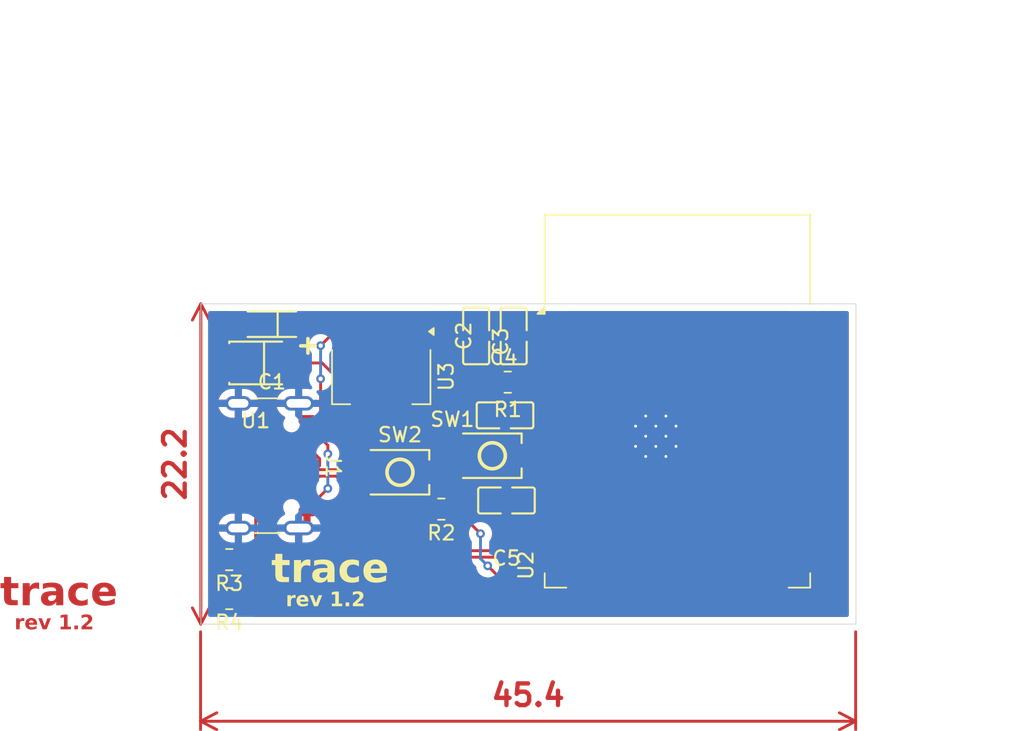
<source format=kicad_pcb>
(kicad_pcb (version 20241229) (generator "pcbnew") (generator_version "9.0")
  (layers (0 "F.Cu" signal) (2 "B.Cu" signal) (13 "F.Paste" user) (15 "B.Paste" user) (5 "F.SilkS" user "F.Silkscreen") (7 "B.SilkS" user "B.Silkscreen") (1 "F.Mask" user) (3 "B.Mask" user) (25 "Edge.Cuts" user))
  (net 0 "")
  (net 1 "GND")
  (net 2 "+5V")
  (net 3 "+3V3")
  (net 4 "EN")
  (net 5 "D+")
  (net 7 "D-")
  (net 9 "Net-(J1-CC2)")
  (net 10 "Net-(J1-CC1)")
  (net 19 "BOOT")
  (net 20 "Net-(R2-Pad2)")
  (footprint "easyeda2kicad:SW-SMD_L3.9-W3.0-P4.45" (layer "F.Cu") (at 75.82 33.1 180)
    (property "Reference" "SW1" (at 2.77 2.52 0) (layer "F.SilkS"))
    (property "Value" "TS-1088-AR02016" (hide yes))
    (fp_line (start 2.03 1.54) (end -2.03 1.54) (stroke (width 0.15)) (layer "F.SilkS"))
    (fp_line (start 2.03 -1.54) (end -2.03 -1.54) (stroke (width 0.15)) (layer "F.SilkS"))
    (fp_line (start -2.03 1.54) (end -2.03 0.88) (stroke (width 0.15)) (layer "F.SilkS"))
    (fp_line (start -2.03 -1.54) (end -2.03 -0.88) (stroke (width 0.15)) (layer "F.SilkS"))
    (fp_circle (center 0 0) (end 0.9 0) (stroke (width 0.25)) (fill no) (layer "F.SilkS"))
    (pad "1" smd rect (at -2.18 0 180) (size 1.23 1.36) (layers "F.Cu" "F.Mask" "F.Paste") (net 4 "EN"))
    (pad "2" smd rect (at 2.18 0 180) (size 1.23 1.36) (layers "F.Cu" "F.Mask" "F.Paste") (net 1 "GND"))
  )
  (footprint "easyeda2kicad:C0805" (layer "F.Cu") (at 74.7 24.8 -90)
    (property "Reference" "C2" (at 0 0.856066 90) (layer "F.SilkS"))
    (property "Value" "CL21A226MAQNNNE" (hide yes))
    (fp_line (start -0.4 0.9) (end -1.81 0.9) (stroke (width 0.15)) (layer "F.SilkS"))
    (fp_line (start 0.4 0.9) (end 1.81 0.9) (stroke (width 0.15)) (layer "F.SilkS"))
    (fp_line (start -1.96 0.75) (end -1.96 -0.75) (stroke (width 0.15)) (layer "F.SilkS"))
    (fp_line (start 1.96 0.75) (end 1.96 -0.75) (stroke (width 0.15)) (layer "F.SilkS"))
    (fp_line (start -1.81 -0.9) (end -0.4 -0.9) (stroke (width 0.15)) (layer "F.SilkS"))
    (fp_line (start 1.81 -0.9) (end 0.4 -0.9) (stroke (width 0.15)) (layer "F.SilkS"))
    (fp_arc (start -1.81 0.9) (mid -1.916066 0.856066) (end -1.96 0.75) (stroke (width 0.15)) (layer "F.SilkS"))
    (fp_arc (start 1.96 0.75) (mid 1.916066 0.856066) (end 1.81 0.9) (stroke (width 0.15)) (layer "F.SilkS"))
    (fp_arc (start -1.96 -0.75) (mid -1.916066 -0.856066) (end -1.81 -0.9) (stroke (width 0.15)) (layer "F.SilkS"))
    (fp_arc (start 1.81 -0.9) (mid 1.916066 -0.856066) (end 1.96 -0.75) (stroke (width 0.15)) (layer "F.SilkS"))
    (pad "1" smd rect (at -1 0 270) (size 1.41 1.35) (layers "F.Cu" "F.Mask" "F.Paste") (net 1 "GND"))
    (pad "2" smd rect (at 1 0 270) (size 1.41 1.35) (layers "F.Cu" "F.Mask" "F.Paste") (net 3 "+3V3"))
  )
  (footprint "easyeda2kicad:C0805" (layer "F.Cu") (at 76.8 36.2 180)
    (property "Reference" "C5" (at 0 -4 0) (layer "F.SilkS"))
    (property "Value" "CC0805KRX7R9BB104" (hide yes))
    (fp_line (start 1.96 0.75) (end 1.96 -0.75) (stroke (width 0.15)) (layer "F.SilkS"))
    (fp_line (start 1.81 -0.9) (end 0.4 -0.9) (stroke (width 0.15)) (layer "F.SilkS"))
    (fp_line (start 0.4 0.9) (end 1.81 0.9) (stroke (width 0.15)) (layer "F.SilkS"))
    (fp_line (start -0.4 0.9) (end -1.81 0.9) (stroke (width 0.15)) (layer "F.SilkS"))
    (fp_line (start -1.81 -0.9) (end -0.4 -0.9) (stroke (width 0.15)) (layer "F.SilkS"))
    (fp_line (start -1.96 0.75) (end -1.96 -0.75) (stroke (width 0.15)) (layer "F.SilkS"))
    (fp_arc (start 1.96 0.75) (mid 1.916066 0.856066) (end 1.81 0.9) (stroke (width 0.15)) (layer "F.SilkS"))
    (fp_arc (start 1.81 -0.9) (mid 1.916066 -0.856066) (end 1.96 -0.75) (stroke (width 0.15)) (layer "F.SilkS"))
    (fp_arc (start -1.81 0.9) (mid -1.916066 0.856066) (end -1.96 0.75) (stroke (width 0.15)) (layer "F.SilkS"))
    (fp_arc (start -1.96 -0.75) (mid -1.916066 -0.856066) (end -1.81 -0.9) (stroke (width 0.15)) (layer "F.SilkS"))
    (pad "1" smd rect (at -1 0 180) (size 1.41 1.35) (layers "F.Cu" "F.Mask" "F.Paste") (net 4 "EN"))
    (pad "2" smd rect (at 1 0 180) (size 1.41 1.35) (layers "F.Cu" "F.Mask" "F.Paste") (net 1 "GND"))
  )
  (footprint "Connector_USB:USB_C_Receptacle_GCT_USB4105-xx-A_16P_TopMnt_Horizontal" (layer "F.Cu") (at 59.295 33.79 -90)
    (property "Reference" "J1" (at 0 -5.5 270) (layer "F.SilkS"))
    (property "Value" "USB_C_Receptacle_USB2.0_16P" (hide yes))
    (fp_line (start -4.67 -0.1) (end -4.67 -1.8) (stroke (width 0.12)) (layer "F.SilkS"))
    (fp_line (start 4.67 -0.1) (end 4.67 -1.8) (stroke (width 0.12)) (layer "F.SilkS"))
    (pad "" np_thru_hole circle (at -2.89 -2.605 270) (size 0.65 0.65) (drill 0.65) (layers "*.Cu" "*.Mask"))
    (pad "" np_thru_hole circle (at 2.89 -2.605 270) (size 0.65 0.65) (drill 0.65) (layers "*.Cu" "*.Mask"))
    (pad "A1" smd roundrect (at -3.2 -3.68 270) (size 0.6 1.15) (layers "F.Cu" "F.Mask" "F.Paste") (net 1 "GND"))
    (pad "A4" smd roundrect (at -2.4 -3.68 270) (size 0.6 1.15) (layers "F.Cu" "F.Mask" "F.Paste") (net 2 "+5V"))
    (pad "A5" smd roundrect (at -1.25 -3.68 270) (size 0.3 1.15) (layers "F.Cu" "F.Mask" "F.Paste") (net 10 "Net-(J1-CC1)"))
    (pad "A6" smd roundrect (at -0.25 -3.68 270) (size 0.3 1.15) (layers "F.Cu" "F.Mask" "F.Paste") (net 5 "D+"))
    (pad "A7" smd roundrect (at 0.25 -3.68 270) (size 0.3 1.15) (layers "F.Cu" "F.Mask" "F.Paste") (net 7 "D-"))
    (pad "A8" smd roundrect (at 1.25 -3.68 270) (size 0.3 1.15) (layers "F.Cu" "F.Mask" "F.Paste"))
    (pad "A9" smd roundrect (at 2.4 -3.68 270) (size 0.6 1.15) (layers "F.Cu" "F.Mask" "F.Paste") (net 2 "+5V"))
    (pad "A12" smd roundrect (at 3.2 -3.68 270) (size 0.6 1.15) (layers "F.Cu" "F.Mask" "F.Paste") (net 1 "GND"))
    (pad "B1" smd roundrect (at 3.2 -3.68 270) (size 0.6 1.15) (layers "F.Cu" "F.Mask" "F.Paste") (net 1 "GND"))
    (pad "B4" smd roundrect (at 2.4 -3.68 270) (size 0.6 1.15) (layers "F.Cu" "F.Mask" "F.Paste") (net 2 "+5V"))
    (pad "B5" smd roundrect (at 1.75 -3.68 270) (size 0.3 1.15) (layers "F.Cu" "F.Mask" "F.Paste") (net 9 "Net-(J1-CC2)"))
    (pad "B6" smd roundrect (at 0.75 -3.68 270) (size 0.3 1.15) (layers "F.Cu" "F.Mask" "F.Paste") (net 5 "D+"))
    (pad "B7" smd roundrect (at -0.75 -3.68 270) (size 0.3 1.15) (layers "F.Cu" "F.Mask" "F.Paste") (net 7 "D-"))
    (pad "B8" smd roundrect (at -1.75 -3.68 270) (size 0.3 1.15) (layers "F.Cu" "F.Mask" "F.Paste"))
    (pad "B9" smd roundrect (at -2.4 -3.68 270) (size 0.6 1.15) (layers "F.Cu" "F.Mask" "F.Paste") (net 2 "+5V"))
    (pad "B12" smd roundrect (at -3.2 -3.68 270) (size 0.6 1.15) (layers "F.Cu" "F.Mask" "F.Paste") (net 1 "GND"))
    (pad "S1" thru_hole oval (at -4.32 -3.105 270) (size 1 2.1) (drill oval 0.6 1.7) (property pad_prop_heatsink) (layers "*.Cu" "*.Mask" "F.Paste") (net 1 "GND"))
    (pad "S1" thru_hole oval (at -4.32 1.075 270) (size 1 1.8) (drill oval 0.6 1.4) (property pad_prop_heatsink) (layers "*.Cu" "*.Mask" "F.Paste") (net 1 "GND"))
    (pad "S1" thru_hole oval (at 4.32 -3.105 270) (size 1 2.1) (drill oval 0.6 1.7) (property pad_prop_heatsink) (layers "*.Cu" "*.Mask" "F.Paste") (net 1 "GND"))
    (pad "S1" thru_hole oval (at 4.32 1.075 270) (size 1 1.8) (drill oval 0.6 1.4) (property pad_prop_heatsink) (layers "*.Cu" "*.Mask" "F.Paste") (net 1 "GND"))
  )
  (footprint "easyeda2kicad:CAP-SMD_L3.2-W1.6-RD-C7171" (layer "F.Cu") (at 60.5425 23.985 180)
    (property "Reference" "C1" (at 0 -4 0) (layer "F.SilkS"))
    (property "Value" "TAJA106K016RNJ" (hide yes))
    (fp_line (start 1.68 0.88) (end -1.68 0.88) (stroke (width 0.15)) (layer "F.SilkS"))
    (fp_line (start 1.68 -0.88) (end -1.68 -0.88) (stroke (width 0.15)) (layer "F.SilkS"))
    (fp_line (start -0.4 0.88) (end -0.4 -0.88) (stroke (width 0.15)) (layer "F.SilkS"))
    (fp_line (start -2.5 -2) (end -2.5 -1) (stroke (width 0.25)) (layer "F.SilkS"))
    (fp_line (start -3 -1.5) (end -2 -1.5) (stroke (width 0.25)) (layer "F.SilkS"))
    (pad "1" smd rect (at -1.69 0) (size 1.76 1.3) (layers "F.Cu" "F.Mask" "F.Paste") (net 2 "+5V"))
    (pad "2" smd rect (at 1.69 0) (size 1.76 1.3) (layers "F.Cu" "F.Mask" "F.Paste") (net 1 "GND"))
  )
  (footprint "easyeda2kicad:SW-SMD_L3.9-W3.0-P4.45" (layer "F.Cu") (at 69.42 34.24625 180)
    (property "Reference" "SW2" (at 0 2.6 0) (layer "F.SilkS"))
    (property "Value" "TS-1088-AR02016" (hide yes))
    (fp_line (start 2.03 1.54) (end -2.03 1.54) (stroke (width 0.15)) (layer "F.SilkS"))
    (fp_line (start 2.03 -1.54) (end -2.03 -1.54) (stroke (width 0.15)) (layer "F.SilkS"))
    (fp_line (start -2.03 1.54) (end -2.03 0.88) (stroke (width 0.15)) (layer "F.SilkS"))
    (fp_line (start -2.03 -1.54) (end -2.03 -0.88) (stroke (width 0.15)) (layer "F.SilkS"))
    (fp_circle (center 0 0) (end 0.9 0) (stroke (width 0.25)) (fill no) (layer "F.SilkS"))
    (pad "1" smd rect (at -2.18 0 180) (size 1.23 1.36) (layers "F.Cu" "F.Mask" "F.Paste") (net 20 "Net-(R2-Pad2)"))
    (pad "2" smd rect (at 2.18 0 180) (size 1.23 1.36) (layers "F.Cu" "F.Mask" "F.Paste") (net 1 "GND"))
  )
  (footprint "RF_Module:ESP32-S3-WROOM-1" (layer "F.Cu") (at 88.65 29.29)
    (property "Reference" "U2" (at -10.5 11.4 90) (layer "F.SilkS"))
    (property "Value" "ESP32-S3-WROOM-1" (hide yes))
    (fp_line (start -9.2 -12.9) (end -9.2 -6.7) (stroke (width 0.12)) (layer "F.SilkS"))
    (fp_line (start -9.2 -12.9) (end 9.2 -12.9) (stroke (width 0.12)) (layer "F.SilkS"))
    (fp_line (start -9.2 11.95) (end -9.2 12.95) (stroke (width 0.12)) (layer "F.SilkS"))
    (fp_line (start -9.2 12.95) (end -7.7 12.95) (stroke (width 0.12)) (layer "F.SilkS"))
    (fp_line (start 9.2 -12.9) (end 9.2 -6.7) (stroke (width 0.12)) (layer "F.SilkS"))
    (fp_line (start 9.2 12.95) (end 7.7 12.95) (stroke (width 0.12)) (layer "F.SilkS"))
    (fp_line (start 9.2 12.95) (end 9.2 11.95) (stroke (width 0.12)) (layer "F.SilkS"))
    (fp_poly (pts (xy -9.2 -6.025) (xy -9.7 -6.025) (xy -9.2 -6.525) (xy -9.2 -6.025)) (stroke (width 0.12)) (fill yes) (layer "F.SilkS"))
    (pad "1" smd rect (at -8.75 -5.26) (size 1.5 0.9) (layers "F.Cu" "F.Mask" "F.Paste") (net 1 "GND"))
    (pad "2" smd rect (at -8.75 -3.99) (size 1.5 0.9) (layers "F.Cu" "F.Mask" "F.Paste") (net 3 "+3V3"))
    (pad "3" smd rect (at -8.75 -2.72) (size 1.5 0.9) (layers "F.Cu" "F.Mask" "F.Paste") (net 4 "EN"))
    (pad "4" smd rect (at -8.75 -1.45) (size 1.5 0.9) (layers "F.Cu" "F.Mask" "F.Paste"))
    (pad "5" smd rect (at -8.75 -0.18) (size 1.5 0.9) (layers "F.Cu" "F.Mask" "F.Paste"))
    (pad "6" smd rect (at -8.75 1.09) (size 1.5 0.9) (layers "F.Cu" "F.Mask" "F.Paste"))
    (pad "7" smd rect (at -8.75 2.36) (size 1.5 0.9) (layers "F.Cu" "F.Mask" "F.Paste"))
    (pad "8" smd rect (at -8.75 3.63) (size 1.5 0.9) (layers "F.Cu" "F.Mask" "F.Paste"))
    (pad "9" smd rect (at -8.75 4.9) (size 1.5 0.9) (layers "F.Cu" "F.Mask" "F.Paste"))
    (pad "10" smd rect (at -8.75 6.17) (size 1.5 0.9) (layers "F.Cu" "F.Mask" "F.Paste"))
    (pad "11" smd rect (at -8.75 7.44) (size 1.5 0.9) (layers "F.Cu" "F.Mask" "F.Paste"))
    (pad "12" smd rect (at -8.75 8.71) (size 1.5 0.9) (layers "F.Cu" "F.Mask" "F.Paste"))
    (pad "13" smd rect (at -8.75 9.98) (size 1.5 0.9) (layers "F.Cu" "F.Mask" "F.Paste") (net 7 "D-"))
    (pad "14" smd rect (at -8.75 11.25 180) (size 1.5 0.9) (layers "F.Cu" "F.Mask" "F.Paste") (net 5 "D+"))
    (pad "15" smd rect (at -6.985 12.5 270) (size 1.5 0.9) (layers "F.Cu" "F.Mask" "F.Paste"))
    (pad "16" smd rect (at -5.715 12.5 270) (size 1.5 0.9) (layers "F.Cu" "F.Mask" "F.Paste"))
    (pad "17" smd rect (at -4.445 12.5 270) (size 1.5 0.9) (layers "F.Cu" "F.Mask" "F.Paste"))
    (pad "18" smd rect (at -3.175 12.5 270) (size 1.5 0.9) (layers "F.Cu" "F.Mask" "F.Paste"))
    (pad "19" smd rect (at -1.905 12.5 270) (size 1.5 0.9) (layers "F.Cu" "F.Mask" "F.Paste"))
    (pad "20" smd rect (at -0.635 12.5 270) (size 1.5 0.9) (layers "F.Cu" "F.Mask" "F.Paste"))
    (pad "21" smd rect (at 0.635 12.5 270) (size 1.5 0.9) (layers "F.Cu" "F.Mask" "F.Paste"))
    (pad "22" smd rect (at 1.905 12.5 270) (size 1.5 0.9) (layers "F.Cu" "F.Mask" "F.Paste"))
    (pad "23" smd rect (at 3.175 12.5 270) (size 1.5 0.9) (layers "F.Cu" "F.Mask" "F.Paste"))
    (pad "24" smd rect (at 4.445 12.5 270) (size 1.5 0.9) (layers "F.Cu" "F.Mask" "F.Paste"))
    (pad "25" smd rect (at 5.715 12.5 270) (size 1.5 0.9) (layers "F.Cu" "F.Mask" "F.Paste"))
    (pad "26" smd rect (at 6.985 12.5 270) (size 1.5 0.9) (layers "F.Cu" "F.Mask" "F.Paste"))
    (pad "27" smd rect (at 8.75 11.25) (size 1.5 0.9) (layers "F.Cu" "F.Mask" "F.Paste") (net 19 "BOOT"))
    (pad "28" smd rect (at 8.75 9.98) (size 1.5 0.9) (layers "F.Cu" "F.Mask" "F.Paste"))
    (pad "29" smd rect (at 8.75 8.71) (size 1.5 0.9) (layers "F.Cu" "F.Mask" "F.Paste"))
    (pad "30" smd rect (at 8.75 7.44) (size 1.5 0.9) (layers "F.Cu" "F.Mask" "F.Paste"))
    (pad "31" smd rect (at 8.75 6.17) (size 1.5 0.9) (layers "F.Cu" "F.Mask" "F.Paste"))
    (pad "32" smd rect (at 8.75 4.9) (size 1.5 0.9) (layers "F.Cu" "F.Mask" "F.Paste"))
    (pad "33" smd rect (at 8.75 3.63) (size 1.5 0.9) (layers "F.Cu" "F.Mask" "F.Paste"))
    (pad "34" smd rect (at 8.75 2.36) (size 1.5 0.9) (layers "F.Cu" "F.Mask" "F.Paste"))
    (pad "35" smd rect (at 8.75 1.09) (size 1.5 0.9) (layers "F.Cu" "F.Mask" "F.Paste"))
    (pad "36" smd rect (at 8.75 -0.18) (size 1.5 0.9) (layers "F.Cu" "F.Mask" "F.Paste"))
    (pad "37" smd rect (at 8.75 -1.45) (size 1.5 0.9) (layers "F.Cu" "F.Mask" "F.Paste"))
    (pad "38" smd rect (at 8.75 -2.72) (size 1.5 0.9) (layers "F.Cu" "F.Mask" "F.Paste"))
    (pad "39" smd rect (at 8.75 -3.99) (size 1.5 0.9) (layers "F.Cu" "F.Mask" "F.Paste"))
    (pad "40" smd rect (at 8.75 -5.26) (size 1.5 0.9) (layers "F.Cu" "F.Mask" "F.Paste") (net 1 "GND"))
    (pad "41" thru_hole circle (at -2.9 1.76 90) (size 0.6 0.6) (drill 0.2) (property pad_prop_heatsink) (layers "*.Cu" "F.Mask") (net 1 "GND"))
    (pad "41" thru_hole circle (at -2.9 3.16) (size 0.6 0.6) (drill 0.2) (property pad_prop_heatsink) (layers "*.Cu" "F.Mask") (net 1 "GND"))
    (pad "41" thru_hole circle (at -2.2 1.06) (size 0.6 0.6) (drill 0.2) (property pad_prop_heatsink) (layers "*.Cu" "F.Mask") (net 1 "GND"))
    (pad "41" thru_hole circle (at -2.2 2.46) (size 0.6 0.6) (drill 0.2) (property pad_prop_heatsink) (layers "*.Cu" "F.Mask") (net 1 "GND"))
    (pad "41" thru_hole circle (at -2.2 3.86) (size 0.6 0.6) (drill 0.2) (property pad_prop_heatsink) (layers "*.Cu" "F.Mask") (net 1 "GND"))
    (pad "41" thru_hole circle (at -1.5 1.76) (size 0.6 0.6) (drill 0.2) (property pad_prop_heatsink) (layers "*.Cu" "F.Mask") (net 1 "GND"))
    (pad "41" smd rect (at -1.5 2.46 270) (size 3.9 3.9) (property pad_prop_heatsink) (layers "F.Cu" "F.Mask") (net 1 "GND"))
    (pad "41" thru_hole circle (at -1.5 3.16) (size 0.6 0.6) (drill 0.2) (property pad_prop_heatsink) (layers "*.Cu" "F.Mask") (net 1 "GND"))
    (pad "41" thru_hole circle (at -0.8 1.06) (size 0.6 0.6) (drill 0.2) (property pad_prop_heatsink) (layers "*.Cu" "F.Mask") (net 1 "GND"))
    (pad "41" thru_hole circle (at -0.8 2.46) (size 0.6 0.6) (drill 0.2) (property pad_prop_heatsink) (layers "*.Cu" "F.Mask") (net 1 "GND"))
    (pad "41" thru_hole circle (at -0.8 3.86) (size 0.6 0.6) (drill 0.2) (property pad_prop_heatsink) (layers "*.Cu" "F.Mask") (net 1 "GND"))
    (pad "41" thru_hole circle (at -0.1 1.76) (size 0.6 0.6) (drill 0.2) (property pad_prop_heatsink) (layers "*.Cu" "F.Mask") (net 1 "GND"))
    (pad "41" thru_hole circle (at -0.1 3.16) (size 0.6 0.6) (drill 0.2) (property pad_prop_heatsink) (layers "*.Cu" "F.Mask") (net 1 "GND"))
    (zone (net 0) (net_name "") (layers "F.Cu" "B.Cu") (connect_pads (clearance 0)) (min_thickness 0.254)
      (keepout (tracks not_allowed) (vias not_allowed) (pads not_allowed) (copperpour not_allowed) (footprints not_allowed))
      (fill (thermal_gap 0.508) (thermal_bridge_width 0.508))
      (polygon (pts (xy 64.65 22.54) (xy 112.65 22.54) (xy 112.65 1.54) (xy 64.65 1.54)))
    )
  )
  (footprint "Package_TO_SOT_SMD:SOT-223-3_TabPin2" (layer "F.Cu") (at 68.12 27.62 -90)
    (property "Reference" "U3" (at 0 -4.5 90) (layer "F.SilkS"))
    (property "Value" "AMS1117-3.3" (hide yes))
    (fp_line (start -1.85 3.41) (end 1.91 3.41) (stroke (width 0.12)) (layer "F.SilkS"))
    (fp_line (start 1.91 3.41) (end 1.91 2.15) (stroke (width 0.12)) (layer "F.SilkS"))
    (fp_line (start -1.85 -3.41) (end 1.91 -3.41) (stroke (width 0.12)) (layer "F.SilkS"))
    (fp_line (start 1.91 -3.41) (end 1.91 -2.15) (stroke (width 0.12)) (layer "F.SilkS"))
    (fp_poly (pts (xy -3.13 -3.31) (xy -3.37 -3.64) (xy -2.89 -3.64) (xy -3.13 -3.31)) (stroke (width 0.12)) (fill yes) (layer "F.SilkS"))
    (pad "1" smd roundrect (at -3.15 -2.3 270) (size 2 1.5) (layers "F.Cu" "F.Mask" "F.Paste") (net 1 "GND"))
    (pad "2" smd roundrect (at -3.15 0 270) (size 2 1.5) (layers "F.Cu" "F.Mask" "F.Paste") (net 3 "+3V3"))
    (pad "2" smd roundrect (at 3.15 0 270) (size 2 3.8) (layers "F.Cu" "F.Mask" "F.Paste") (net 3 "+3V3"))
    (pad "3" smd roundrect (at -3.15 2.3 270) (size 2 1.5) (layers "F.Cu" "F.Mask" "F.Paste") (net 2 "+5V"))
  )
  (footprint "Resistor_SMD:R_0805_2012Metric" (layer "F.Cu") (at 57.5875 43 180)
    (property "Reference" "R4" (at 0 -1.65 0) (layer "F.SilkS"))
    (property "Value" "5.1k")
    (fp_line (start -0.227064 0.735) (end 0.227064 0.735) (stroke (width 0.12)) (layer "F.SilkS"))
    (fp_line (start -0.227064 -0.735) (end 0.227064 -0.735) (stroke (width 0.12)) (layer "F.SilkS"))
    (pad "1" smd roundrect (at -0.9125 0 180) (size 1.025 1.4) (layers "F.Cu" "F.Mask" "F.Paste") (roundrect_rratio 0.243902) (net 9 "Net-(J1-CC2)"))
    (pad "2" smd roundrect (at 0.9125 0 180) (size 1.025 1.4) (layers "F.Cu" "F.Mask" "F.Paste") (roundrect_rratio 0.243902) (net 1 "GND"))
  )
  (footprint "Resistor_SMD:R_0805_2012Metric" (layer "F.Cu") (at 76.8875 28)
    (property "Reference" "R1" (at 0 1.9 0) (layer "F.SilkS"))
    (property "Value" "10k")
    (fp_line (start -0.227064 -0.735) (end 0.227064 -0.735) (stroke (width 0.12)) (layer "F.SilkS"))
    (fp_line (start -0.227064 0.735) (end 0.227064 0.735) (stroke (width 0.12)) (layer "F.SilkS"))
    (pad "1" smd roundrect (at -0.9125 0) (size 1.025 1.4) (layers "F.Cu" "F.Mask" "F.Paste") (roundrect_rratio 0.243902) (net 3 "+3V3"))
    (pad "2" smd roundrect (at 0.9125 0) (size 1.025 1.4) (layers "F.Cu" "F.Mask" "F.Paste") (roundrect_rratio 0.243902) (net 4 "EN"))
  )
  (footprint "Resistor_SMD:R_0805_2012Metric" (layer "F.Cu") (at 57.5875 40.3 180)
    (property "Reference" "R3" (at 0 -1.65 0) (layer "F.SilkS"))
    (property "Value" "5.1k")
    (fp_line (start -0.227064 0.735) (end 0.227064 0.735) (stroke (width 0.12)) (layer "F.SilkS"))
    (fp_line (start -0.227064 -0.735) (end 0.227064 -0.735) (stroke (width 0.12)) (layer "F.SilkS"))
    (pad "1" smd roundrect (at -0.9125 0 180) (size 1.025 1.4) (layers "F.Cu" "F.Mask" "F.Paste") (roundrect_rratio 0.243902) (net 10 "Net-(J1-CC1)"))
    (pad "2" smd roundrect (at 0.9125 0 180) (size 1.025 1.4) (layers "F.Cu" "F.Mask" "F.Paste") (roundrect_rratio 0.243902) (net 1 "GND"))
  )
  (footprint "Resistor_SMD:R_0805_2012Metric" (layer "F.Cu") (at 72.2875 36.8 180)
    (property "Reference" "R2" (at 0 -1.65 0) (layer "F.SilkS"))
    (property "Value" "100R")
    (fp_line (start -0.227064 0.735) (end 0.227064 0.735) (stroke (width 0.12)) (layer "F.SilkS"))
    (fp_line (start -0.227064 -0.735) (end 0.227064 -0.735) (stroke (width 0.12)) (layer "F.SilkS"))
    (pad "1" smd roundrect (at -0.9125 0 180) (size 1.025 1.4) (layers "F.Cu" "F.Mask" "F.Paste") (roundrect_rratio 0.243902) (net 19 "BOOT"))
    (pad "2" smd roundrect (at 0.9125 0 180) (size 1.025 1.4) (layers "F.Cu" "F.Mask" "F.Paste") (roundrect_rratio 0.243902) (net 20 "Net-(R2-Pad2)"))
  )
  (footprint "easyeda2kicad:CAP-SMD_L3.5-W2.8-FD" (layer "F.Cu") (at 59.42 26.67 180)
    (property "Reference" "U1" (at 0 -4 0) (layer "F.SilkS"))
    (property "Value" "TCJB226M025R0150E" (hide yes))
    (fp_line (start 1.83 1.37) (end 1.83 1.48) (stroke (width 0.15)) (layer "F.SilkS"))
    (fp_line (start 1.83 -1.48) (end 1.83 -1.37) (stroke (width 0.15)) (layer "F.SilkS"))
    (fp_line (start -0.58 -1.48) (end -0.58 1.48) (stroke (width 0.15)) (layer "F.SilkS"))
    (fp_line (start -1.83 1.48) (end 1.83 1.48) (stroke (width 0.15)) (layer "F.SilkS"))
    (fp_line (start -1.83 -1.48) (end 1.83 -1.48) (stroke (width 0.15)) (layer "F.SilkS"))
    (pad "1" smd rect (at -1.8 0 180) (size 1.9 2.38) (layers "F.Cu" "F.Mask" "F.Paste") (net 3 "+3V3"))
    (pad "2" smd rect (at 1.8 0 180) (size 1.9 2.38) (layers "F.Cu" "F.Mask" "F.Paste") (net 1 "GND"))
  )
  (footprint "easyeda2kicad:C0805" (layer "F.Cu") (at 76.7 30.3)
    (property "Reference" "C4" (at -0.1 -4 0) (layer "F.SilkS"))
    (property "Value" "CL21B105KBFNNNE" (hide yes))
    (fp_line (start -1.96 0.75) (end -1.96 -0.75) (stroke (width 0.15)) (layer "F.SilkS"))
    (fp_line (start -1.81 -0.9) (end -0.4 -0.9) (stroke (width 0.15)) (layer "F.SilkS"))
    (fp_line (start -0.4 0.9) (end -1.81 0.9) (stroke (width 0.15)) (layer "F.SilkS"))
    (fp_line (start 0.4 0.9) (end 1.81 0.9) (stroke (width 0.15)) (layer "F.SilkS"))
    (fp_line (start 1.81 -0.9) (end 0.4 -0.9) (stroke (width 0.15)) (layer "F.SilkS"))
    (fp_line (start 1.96 0.75) (end 1.96 -0.75) (stroke (width 0.15)) (layer "F.SilkS"))
    (fp_arc (start -1.96 -0.75) (mid -1.916066 -0.856066) (end -1.81 -0.9) (stroke (width 0.15)) (layer "F.SilkS"))
    (fp_arc (start -1.81 0.9) (mid -1.916066 0.856066) (end -1.96 0.75) (stroke (width 0.15)) (layer "F.SilkS"))
    (fp_arc (start 1.81 -0.9) (mid 1.916066 -0.856066) (end 1.96 -0.75) (stroke (width 0.15)) (layer "F.SilkS"))
    (fp_arc (start 1.96 0.75) (mid 1.916066 0.856066) (end 1.81 0.9) (stroke (width 0.15)) (layer "F.SilkS"))
    (pad "1" smd rect (at -1 0) (size 1.41 1.35) (layers "F.Cu" "F.Mask" "F.Paste") (net 1 "GND"))
    (pad "2" smd rect (at 1 0) (size 1.41 1.35) (layers "F.Cu" "F.Mask" "F.Paste") (net 4 "EN"))
  )
  (footprint "easyeda2kicad:C0805" (layer "F.Cu") (at 77.3 24.8 -90)
    (property "Reference" "C3" (at 0.4 0.9 90) (layer "F.SilkS"))
    (property "Value" "CC0805KRX7R9BB104" (hide yes))
    (fp_line (start -0.4 0.9) (end -1.81 0.9) (stroke (width 0.15)) (layer "F.SilkS"))
    (fp_line (start 0.4 0.9) (end 1.81 0.9) (stroke (width 0.15)) (layer "F.SilkS"))
    (fp_line (start -1.96 0.75) (end -1.96 -0.75) (stroke (width 0.15)) (layer "F.SilkS"))
    (fp_line (start 1.96 0.75) (end 1.96 -0.75) (stroke (width 0.15)) (layer "F.SilkS"))
    (fp_line (start -1.81 -0.9) (end -0.4 -0.9) (stroke (width 0.15)) (layer "F.SilkS"))
    (fp_line (start 1.81 -0.9) (end 0.4 -0.9) (stroke (width 0.15)) (layer "F.SilkS"))
    (fp_arc (start -1.81 0.9) (mid -1.916066 0.856066) (end -1.96 0.75) (stroke (width 0.15)) (layer "F.SilkS"))
    (fp_arc (start 1.96 0.75) (mid 1.916066 0.856066) (end 1.81 0.9) (stroke (width 0.15)) (layer "F.SilkS"))
    (fp_arc (start -1.96 -0.75) (mid -1.916066 -0.856066) (end -1.81 -0.9) (stroke (width 0.15)) (layer "F.SilkS"))
    (fp_arc (start 1.81 -0.9) (mid 1.916066 -0.856066) (end 1.96 -0.75) (stroke (width 0.15)) (layer "F.SilkS"))
    (pad "1" smd rect (at -1 0 270) (size 1.41 1.35) (layers "F.Cu" "F.Mask" "F.Paste") (net 1 "GND"))
    (pad "2" smd rect (at 1 0 270) (size 1.41 1.35) (layers "F.Cu" "F.Mask" "F.Paste") (net 3 "+3V3"))
  )
  (gr_rect (start 55.62 22.57) (end 101.02 44.77) (stroke (width 0.05)) (fill no) (layer "Edge.Cuts"))
  (gr_text "rev 1.2" (at 42.7 45.3 0) (layer "F.Cu") (effects (font (size 1 1) (thickness 0.25) (bold yes)) (justify left bottom)))
  (gr_text "trace" (at 41.7 43.8 0) (layer "F.Cu") (effects (font (size 2 2) (thickness 0.3) (bold yes)) (justify left bottom)))
  (gr_text "trace" (at 60.5 42.2 0) (layer "F.SilkS") (effects (font (size 2 2) (thickness 0.3) (bold yes)) (justify left bottom)))
  (gr_text "rev 1.2" (at 61.5 43.7 0) (layer "F.SilkS") (effects (font (size 1 1) (thickness 0.25) (bold yes)) (justify left bottom)))
  (dimension (type orthogonal) (layer "F.Cu") (pts (xy 55.62 22.57) (xy 55.62 44.77)) (height 0) (orientation 1) (format (prefix "") (suffix "") (units 3) (units_format 0) (precision 4) (suppress_zeroes yes)) (style (thickness 0.2) (arrow_length 1.27) (text_position_mode 0) (arrow_direction outward) (extension_height 0.58642) (extension_offset 0.5) (keep_text_aligned yes)) (gr_text "22.2" (at 53.82 33.67 90) (layer "F.Cu") (effects (font (size 1.5 1.5) (thickness 0.3)))))
  (dimension (type orthogonal) (layer "F.Cu") (pts (xy 101 44.8) (xy 55.6 44.8)) (height 6.7) (orientation 0) (format (prefix "") (suffix "") (units 3) (units_format 0) (precision 4) (suppress_zeroes yes)) (style (thickness 0.2) (arrow_length 1.27) (text_position_mode 0) (arrow_direction outward) (extension_height 0.58642) (extension_offset 0.5) (keep_text_aligned yes)) (gr_text "45.4" (at 78.3 49.7 0) (layer "F.Cu") (effects (font (size 1.5 1.5) (thickness 0.3)))))
  (segment (start 77.53 24.03) (end 77.3 23.8) (width 0.25) (layer "F.Cu") (net 1))
  (segment (start 79.9 24.03) (end 77.53 24.03) (width 0.25) (layer "F.Cu") (net 1))
  (segment (start 77.3 23.8) (end 74.7 23.8) (width 0.25) (layer "F.Cu") (net 1))
  (segment (start 63.433824 31.39) (end 64.42 32.376176) (width 0.2) (layer "F.Cu") (net 2))
  (segment (start 65.335 23.985) (end 65.82 24.47) (width 0.2) (layer "F.Cu") (net 2))
  (segment (start 64.42 35.37) (end 63.6 36.19) (width 0.2) (layer "F.Cu") (net 2))
  (segment (start 63.549999 31.39) (end 62.975 31.39) (width 0.2) (layer "F.Cu") (net 2))
  (segment (start 62.975 31.39) (end 63.433824 31.39) (width 0.2) (layer "F.Cu") (net 2))
  (segment (start 63.6 36.19) (end 62.975 36.19) (width 0.2) (layer "F.Cu") (net 2))
  (segment (start 65.72 24.57) (end 65.82 24.47) (width 0.2) (layer "F.Cu") (net 2))
  (segment (start 62.2325 23.985) (end 65.335 23.985) (width 0.2) (layer "F.Cu") (net 2))
  (segment (start 65.82 24.47) (end 64.92 24.47) (width 0.2) (layer "F.Cu") (net 2))
  (segment (start 63.92 27.77) (end 63.92 31.019999) (width 0.2) (layer "F.Cu") (net 2))
  (segment (start 64.42 32.376176) (end 64.42 32.97) (width 0.2) (layer "F.Cu") (net 2))
  (segment (start 64.92 24.47) (end 63.92 25.47) (width 0.2) (layer "F.Cu") (net 2))
  (segment (start 63.92 31.019999) (end 63.549999 31.39) (width 0.2) (layer "F.Cu") (net 2))
  (via (at 64.42 32.97) (size 0.6) (drill 0.3) (layers "F.Cu" "B.Cu") (net 2))
  (via (at 63.92 27.77) (size 0.6) (drill 0.3) (layers "F.Cu" "B.Cu") (net 2))
  (via (at 63.92 25.47) (size 0.6) (drill 0.3) (layers "F.Cu" "B.Cu") (net 2))
  (via (at 64.42 35.37) (size 0.6) (drill 0.3) (layers "F.Cu" "B.Cu") (net 2))
  (segment (start 64.42 32.97) (end 64.42 35.37) (width 0.2) (layer "B.Cu") (net 2))
  (segment (start 63.92 25.47) (end 63.92 27.77) (width 0.2) (layer "B.Cu") (net 2))
  (segment (start 77.8 25.3) (end 77.3 25.8) (width 0.25) (layer "F.Cu") (net 3))
  (segment (start 74.7 25.8) (end 69.45 25.8) (width 0.2) (layer "F.Cu") (net 3))
  (segment (start 77.3 25.8) (end 74.7 25.8) (width 0.25) (layer "F.Cu") (net 3))
  (segment (start 64.02 26.67) (end 68.12 30.77) (width 0.2) (layer "F.Cu") (net 3))
  (segment (start 74.7 26.725) (end 75.975 28) (width 0.25) (layer "F.Cu") (net 3))
  (segment (start 79.9 25.3) (end 77.8 25.3) (width 0.25) (layer "F.Cu") (net 3))
  (segment (start 68.12 24.47) (end 68.12 30.77) (width 0.2) (layer "F.Cu") (net 3))
  (segment (start 74.7 25.8) (end 74.7 26.725) (width 0.25) (layer "F.Cu") (net 3))
  (segment (start 69.45 25.8) (end 68.12 24.47) (width 0.2) (layer "F.Cu") (net 3))
  (segment (start 61.22 26.67) (end 64.02 26.67) (width 0.2) (layer "F.Cu") (net 3))
  (segment (start 79.23 26.57) (end 77.8 28) (width 0.25) (layer "F.Cu") (net 4))
  (segment (start 78 33.1) (end 78 36) (width 0.25) (layer "F.Cu") (net 4))
  (segment (start 77.8 28) (end 77.8 30.2) (width 0.25) (layer "F.Cu") (net 4))
  (segment (start 79.9 26.57) (end 79.23 26.57) (width 0.25) (layer "F.Cu") (net 4))
  (segment (start 77.8 30.2) (end 77.7 30.3) (width 0.25) (layer "F.Cu") (net 4))
  (segment (start 78 36) (end 77.8 36.2) (width 0.25) (layer "F.Cu") (net 4))
  (segment (start 77.7 30.3) (end 77.7 32.8) (width 0.25) (layer "F.Cu") (net 4))
  (segment (start 77.7 32.8) (end 78 33.1) (width 0.25) (layer "F.Cu") (net 4))
  (segment (start 62.975 33.54) (end 62.366176 33.54) (width 0.2) (layer "F.Cu") (net 5))
  (segment (start 78.364999 40.13) (end 78.774999 40.54) (width 0.2) (layer "F.Cu") (net 5))
  (segment (start 62.975 34.54) (end 63.837501 34.54) (width 0.2) (layer "F.Cu") (net 5))
  (segment (start 63.837501 34.54) (end 63.862501 34.515) (width 0.2) (layer "F.Cu") (net 5))
  (segment (start 78.774999 40.54) (end 79.9 40.54) (width 0.2) (layer "F.Cu") (net 5))
  (segment (start 62.099 33.807176) (end 62.099 34.272824) (width 0.2) (layer "F.Cu") (net 5))
  (segment (start 62.366176 33.54) (end 62.099 33.807176) (width 0.2) (layer "F.Cu") (net 5))
  (segment (start 63.862501 34.515) (end 64.996802 34.515) (width 0.2) (layer "F.Cu") (net 5))
  (segment (start 62.366176 34.54) (end 62.975 34.54) (width 0.2) (layer "F.Cu") (net 5))
  (segment (start 64.996802 34.515) (end 70.611802 40.13) (width 0.2) (layer "F.Cu") (net 5))
  (segment (start 70.611802 40.13) (end 78.364999 40.13) (width 0.2) (layer "F.Cu") (net 5))
  (segment (start 62.099 34.272824) (end 62.366176 34.54) (width 0.2) (layer "F.Cu") (net 5))
  (segment (start 63.583824 34.04) (end 62.975 34.04) (width 0.2) (layer "F.Cu") (net 7))
  (segment (start 78.774999 39.27) (end 79.9 39.27) (width 0.2) (layer "F.Cu") (net 7))
  (segment (start 62.975 34.04) (end 63.837501 34.04) (width 0.2) (layer "F.Cu") (net 7))
  (segment (start 63.837501 34.04) (end 63.862501 34.065) (width 0.2) (layer "F.Cu") (net 7))
  (segment (start 63.851 33.772824) (end 63.583824 34.04) (width 0.2) (layer "F.Cu") (net 7))
  (segment (start 70.798198 39.68) (end 78.364999 39.68) (width 0.2) (layer "F.Cu") (net 7))
  (segment (start 78.364999 39.68) (end 78.774999 39.27) (width 0.2) (layer "F.Cu") (net 7))
  (segment (start 63.862501 34.065) (end 65.183198 34.065) (width 0.2) (layer "F.Cu") (net 7))
  (segment (start 65.183198 34.065) (end 70.798198 39.68) (width 0.2) (layer "F.Cu") (net 7))
  (segment (start 62.975 33.04) (end 63.583824 33.04) (width 0.2) (layer "F.Cu") (net 7))
  (segment (start 63.851 33.307176) (end 63.851 33.772824) (width 0.2) (layer "F.Cu") (net 7))
  (segment (start 63.583824 33.04) (end 63.851 33.307176) (width 0.2) (layer "F.Cu") (net 7))
  (segment (start 62.975 35.54) (end 61.45 35.54) (width 0.2) (layer "F.Cu") (net 9))
  (segment (start 59.822 39.3576) (end 59.8 39.3796) (width 0.2) (layer "F.Cu") (net 9))
  (segment (start 59.8 41.5125) (end 58.3125 43) (width 0.2) (layer "F.Cu") (net 9))
  (segment (start 61.45 35.54) (end 59.822 37.168) (width 0.2) (layer "F.Cu") (net 9))
  (segment (start 59.8 39.3796) (end 59.8 41.5125) (width 0.2) (layer "F.Cu") (net 9))
  (segment (start 59.822 37.168) (end 59.822 39.3576) (width 0.2) (layer "F.Cu") (net 9))
  (segment (start 60.85 32.54) (end 59.421 33.969) (width 0.2) (layer "F.Cu") (net 10))
  (segment (start 59.421 33.969) (end 59.421 39.1915) (width 0.2) (layer "F.Cu") (net 10))
  (segment (start 59.421 39.1915) (end 58.3125 40.3) (width 0.2) (layer "F.Cu") (net 10))
  (segment (start 62.975 32.54) (end 60.85 32.54) (width 0.2) (layer "F.Cu") (net 10))
  (segment (start 96.411 42.866) (end 97.4 41.877) (width 0.2) (layer "F.Cu") (net 19))
  (segment (start 73.2125 36.1) (end 73.2125 36.7125) (width 0.2) (layer "F.Cu") (net 19))
  (segment (start 75.5 40.73) (end 76.17 41.4) (width 0.2) (layer "F.Cu") (net 19))
  (segment (start 76.17 41.4) (end 77.1 41.4) (width 0.2) (layer "F.Cu") (net 19))
  (segment (start 97.4 41.877) (end 97.4 40.54) (width 0.2) (layer "F.Cu") (net 19))
  (segment (start 73.2125 36.7125) (end 75 38.5) (width 0.2) (layer "F.Cu") (net 19))
  (segment (start 78.566 42.866) (end 96.411 42.866) (width 0.2) (layer "F.Cu") (net 19))
  (segment (start 77.1 41.4) (end 78.566 42.866) (width 0.2) (layer "F.Cu") (net 19))
  (via (at 75.5 40.73) (size 0.6) (drill 0.3) (layers "F.Cu" "B.Cu") (net 19))
  (via (at 75 38.5) (size 0.6) (drill 0.3) (layers "F.Cu" "B.Cu") (net 19))
  (segment (start 75 40.23) (end 75 38.5) (width 0.2) (layer "B.Cu") (net 19))
  (segment (start 75.5 40.73) (end 75 40.23) (width 0.2) (layer "B.Cu") (net 19))
  (segment (start 71.8 36.55375) (end 71.3075 37.04625) (width 0.25) (layer "F.Cu") (net 20))
  (segment (start 71.8 34.04625) (end 71.8 36.55375) (width 0.25) (layer "F.Cu") (net 20))
  (zone (net 1) (net_name "GND") (layers "F.Cu" "B.Cu") (connect_pads (clearance 0.5)) (min_thickness 0.25) (fill yes (thermal_gap 0.5) (thermal_bridge_width 0.5))
    (polygon (pts (xy 101 22.6) (xy 55.6 22.6) (xy 55.6 44.8) (xy 101 44.8)))
  )
)
</source>
